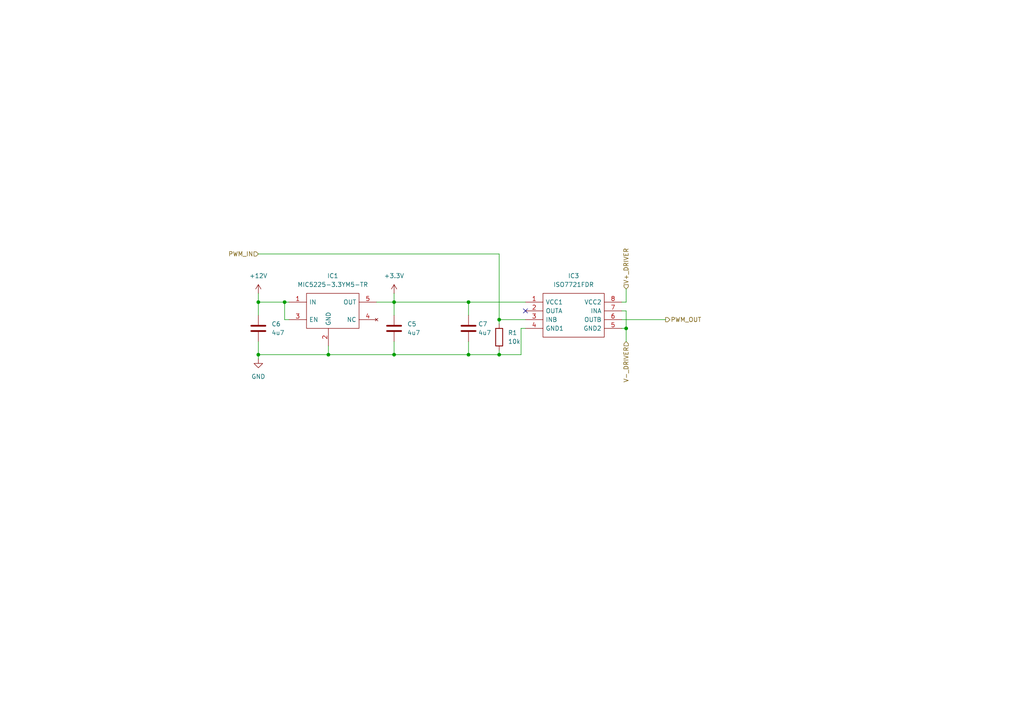
<source format=kicad_sch>
(kicad_sch (version 20250114) (generator "eeschema") (generator_version "9.0")
  (paper "A4")
  (title_block (date "2025-06-04") (rev "1.0") (company "Technische Universität Berlin - Fachgebiet Leistungselektronik") (comment 1 "Betreuer: Dr.-Ing. Benedikt Kohlhepp") (comment 2 "Ersteller: Felix Ettwein"))
  (lib_symbols
    (symbol "Device:C" (pin_numbers (hide yes)) (pin_names (offset 0.254))
      (property "Reference" "C" (at 0.635 2.54 0))
      (property "Value" "C" (at 0.635 -2.54 0))
      (symbol "C_0_1"
        (polyline (pts (xy -2.032 0.762) (xy 2.032 0.762)) (stroke (width 0.508)))
        (polyline (pts (xy -2.032 -0.762) (xy 2.032 -0.762)) (stroke (width 0.508)))
      )
      (symbol "C_1_1"
        (pin passive line (at 0 3.81 270) (length 2.794) (name "~") (number "1"))
        (pin passive line (at 0 -3.81 90) (length 2.794) (name "~") (number "2"))
      )
    )
    (symbol "Device:R" (pin_numbers (hide yes)) (pin_names (offset 0))
      (property "Reference" "R" (at 2.032 0 90))
      (property "Value" "R" (at 0 0 90))
      (symbol "R_0_1"
        (rectangle (start -1.016 -2.54) (end 1.016 2.54) (stroke (width 0.254)))
      )
      (symbol "R_1_1"
        (pin passive line (at 0 3.81 270) (length 1.27) (name "~") (number "1"))
        (pin passive line (at 0 -3.81 90) (length 1.27) (name "~") (number "2"))
      )
    )
    (symbol "SamacSys_Parts:ISO7721FDR" (pin_names (offset 0.762))
      (property "Reference" "IC3" (at 13.97 7.62 0))
      (property "Value" "ISO7721FDR" (at 13.97 5.08 0))
      (symbol "ISO7721FDR_0_0"
        (pin passive line (at 0 0 0) (length 5.08) (name "VCC1") (number "1"))
        (pin passive line (at 0 -2.54 0) (length 5.08) (name "OUTA") (number "2"))
        (pin passive line (at 0 -5.08 0) (length 5.08) (name "INB") (number "3"))
        (pin passive line (at 0 -7.62 0) (length 5.08) (name "GND1") (number "4"))
        (pin passive line (at 27.94 0 180) (length 5.08) (name "VCC2") (number "8"))
        (pin passive line (at 27.94 -2.54 180) (length 5.08) (name "INA") (number "7"))
        (pin passive line (at 27.94 -5.08 180) (length 5.08) (name "OUTB") (number "6"))
        (pin passive line (at 27.94 -7.62 180) (length 5.08) (name "GND2") (number "5"))
      )
      (symbol "ISO7721FDR_0_1"
        (polyline (pts (xy 5.08 2.54) (xy 22.86 2.54) (xy 22.86 -10.16) (xy 5.08 -10.16) (xy 5.08 2.54)) (stroke (width 0.1524)))
      )
    )
    (symbol "SamacSys_Parts:MIC5225-3.3YM5-TR" (pin_names (offset 0.762))
      (property "Reference" "IC1" (at 12.7 7.62 0))
      (property "Value" "MIC5225-3.3YM5-TR" (at 12.7 5.08 0))
      (symbol "MIC5225-3.3YM5-TR_0_0"
        (pin passive line (at 0 0 0) (length 5.08) (name "IN") (number "1"))
        (pin passive line (at 0 -5.08 0) (length 5.08) (name "EN") (number "3"))
        (pin passive line (at 11.43 -12.7 90) (length 5.08) (name "GND") (number "2"))
        (pin passive line (at 25.4 0 180) (length 5.08) (name "OUT") (number "5"))
        (pin no_connect line (at 25.4 -5.08 180) (length 5.08) (name "NC") (number "4"))
      )
      (symbol "MIC5225-3.3YM5-TR_0_1"
        (polyline (pts (xy 5.08 2.54) (xy 20.32 2.54) (xy 20.32 -7.62) (xy 5.08 -7.62) (xy 5.08 2.54)) (stroke (width 0.1524)))
      )
    )
    (symbol "power:+12V" (power) (pin_numbers (hide yes)) (pin_names (offset 0) (hide yes))
      (property "Value" "+12V" (at 0 3.556 0))
      (symbol "+12V_0_1"
        (polyline (pts (xy -0.762 1.27) (xy 0 2.54)))
        (polyline (pts (xy 0 2.54) (xy 0.762 1.27)))
        (polyline (pts (xy 0 0) (xy 0 2.54)))
      )
      (symbol "+12V_1_1"
        (pin power_in line (at 0 0 90) (length 0) (name "~") (number "1"))
      )
    )
    (symbol "power:+3.3V" (power) (pin_numbers (hide yes)) (pin_names (offset 0) (hide yes))
      (property "Value" "+3.3V" (at 0 3.556 0))
      (symbol "+3.3V_0_1"
        (polyline (pts (xy -0.762 1.27) (xy 0 2.54)))
        (polyline (pts (xy 0 2.54) (xy 0.762 1.27)))
        (polyline (pts (xy 0 0) (xy 0 2.54)))
      )
      (symbol "+3.3V_1_1"
        (pin power_in line (at 0 0 90) (length 0) (name "~") (number "1"))
      )
    )
    (symbol "power:GND" (power) (pin_numbers (hide yes)) (pin_names (offset 0) (hide yes))
      (property "Value" "GND" (at 0 -3.81 0))
      (symbol "GND_0_1"
        (polyline (pts (xy 0 0) (xy 0 -1.27) (xy 1.27 -1.27) (xy 0 -2.54) (xy -1.27 -1.27) (xy 0 -1.27)))
      )
      (symbol "GND_1_1"
        (pin power_in line (at 0 0 270) (length 0) (name "~") (number "1"))
      )
    )
  )
  (junction (at 144.78 92.71))
  (junction (at 95.25 102.87))
  (junction (at 135.89 102.87))
  (junction (at 181.61 95.25))
  (junction (at 144.78 102.87))
  (junction (at 82.55 87.63))
  (junction (at 114.3 87.63))
  (junction (at 135.89 87.63))
  (junction (at 74.93 102.87))
  (junction (at 114.3 102.87))
  (junction (at 74.93 87.63))
  (no_connect (at 152.4 90.17))
  (wire (pts (xy 74.93 87.63) (xy 82.55 87.63)))
  (wire (pts (xy 82.55 87.63) (xy 83.82 87.63)))
  (wire (pts (xy 151.13 95.25) (xy 152.4 95.25)))
  (wire (pts (xy 135.89 102.87) (xy 144.78 102.87)))
  (wire (pts (xy 181.61 95.25) (xy 180.34 95.25)))
  (wire (pts (xy 82.55 92.71) (xy 82.55 87.63)))
  (wire (pts (xy 144.78 92.71) (xy 144.78 93.98)))
  (wire (pts (xy 181.61 90.17) (xy 181.61 95.25)))
  (wire (pts (xy 114.3 87.63) (xy 135.89 87.63)))
  (wire (pts (xy 114.3 85.09) (xy 114.3 87.63)))
  (wire (pts (xy 135.89 87.63) (xy 135.89 91.44)))
  (wire (pts (xy 74.93 102.87) (xy 95.25 102.87)))
  (wire (pts (xy 74.93 87.63) (xy 74.93 91.44)))
  (wire (pts (xy 181.61 87.63) (xy 180.34 87.63)))
  (wire (pts (xy 144.78 92.71) (xy 144.78 73.66)))
  (wire (pts (xy 135.89 87.63) (xy 152.4 87.63)))
  (wire (pts (xy 74.93 99.06) (xy 74.93 102.87)))
  (wire (pts (xy 114.3 102.87) (xy 135.89 102.87)))
  (wire (pts (xy 180.34 92.71) (xy 193.04 92.71)))
  (wire (pts (xy 114.3 87.63) (xy 114.3 91.44)))
  (wire (pts (xy 152.4 92.71) (xy 144.78 92.71)))
  (wire (pts (xy 135.89 99.06) (xy 135.89 102.87)))
  (wire (pts (xy 74.93 73.66) (xy 144.78 73.66)))
  (wire (pts (xy 83.82 92.71) (xy 82.55 92.71)))
  (wire (pts (xy 144.78 101.6) (xy 144.78 102.87)))
  (wire (pts (xy 144.78 102.87) (xy 151.13 102.87)))
  (wire (pts (xy 181.61 95.25) (xy 181.61 99.06)))
  (wire (pts (xy 74.93 102.87) (xy 74.93 104.14)))
  (wire (pts (xy 151.13 102.87) (xy 151.13 95.25)))
  (wire (pts (xy 109.22 87.63) (xy 114.3 87.63)))
  (wire (pts (xy 114.3 99.06) (xy 114.3 102.87)))
  (wire (pts (xy 95.25 102.87) (xy 95.25 100.33)))
  (wire (pts (xy 74.93 85.09) (xy 74.93 87.63)))
  (wire (pts (xy 95.25 102.87) (xy 114.3 102.87)))
  (wire (pts (xy 180.34 90.17) (xy 181.61 90.17)))
  (wire (pts (xy 181.61 87.63) (xy 181.61 83.82)))
  (hierarchical_label "PWM_OUT" (shape output) (at 193.04 92.71 0))
  (hierarchical_label "V-_DRIVER" (shape input) (at 181.61 99.06 270))
  (hierarchical_label "V+_DRIVER" (shape input) (at 181.61 83.82 90))
  (hierarchical_label "PWM_IN" (shape input) (at 74.93 73.66 180))
  (symbol (lib_id "power:+12V") (at 74.93 85.09 0) (unit 1)
    (property "Reference" "#PWR08" (effects (hide yes)))
    (property "Value" "+12V" (at 74.93 80.01 0))
    (property "Description" "Power symbol creates a global label with name \"+12V\"" (effects (hide yes)))
  )
  (symbol (lib_id "SamacSys_Parts:MIC5225-3.3YM5-TR") (at 83.82 87.63 0) (unit 1)
    (property "Reference" "IC1" (at 96.52 80.01 0))
    (property "Value" "MIC5225-3.3YM5-TR" (at 96.52 82.55 0))
    (property "Footprint" "SOT95P280X145-5N" (effects (hide yes)))
    (property "Datasheet" "http://www.farnell.com/datasheets/1580469.pdf" (effects (hide yes)))
    (property "Description" "MICROCHIP - MIC5225-3.3YM5-TR - LDO, REG, 16VIN, 0.15A, 3.3V, 2%, 5SOT23" (effects (hide yes)))
    (property "Description_1" "MICROCHIP - MIC5225-3.3YM5-TR - LDO, REG, 16VIN, 0.15A, 3.3V, 2%, 5SOT23" (effects (hide yes)))
    (property "Height" "1.45" (effects (hide yes)))
    (property "Manufacturer_Name" "Microchip" (effects (hide yes)))
    (property "Manufacturer_Part_Number" "MIC5225-3.3YM5-TR" (effects (hide yes)))
    (property "Mouser Part Number" "998-MIC5225-3.3YM5TR" (effects (hide yes)))
    (property "Mouser Price/Stock" "https://www.mouser.co.uk/ProductDetail/Microchip-Technology/MIC5225-3.3YM5-TR?qs=U6T8BxXiZAXmYJ5yRdN5%2Fg%3D%3D" (effects (hide yes)))
    (property "Arrow Part Number" "MIC5225-3.3YM5-TR" (effects (hide yes)))
    (property "Arrow Price/Stock" "https://www.arrow.com/en/products/mic5225-3.3ym5-tr/microchip-technology?utm_currency=USD&region=nac" (effects (hide yes)))
  )
  (symbol (lib_id "Device:C") (at 74.93 95.25 0) (unit 1)
    (property "Reference" "C6" (at 78.74 93.9799 0) (effects (justify left)))
    (property "Value" "4u7" (at 78.74 96.5199 0) (effects (justify left)))
    (property "Footprint" "Capacitor_SMD:C_0805_2012Metric" (effects (hide yes)))
    (property "Description" "Unpolarized capacitor" (effects (hide yes)))
  )
  (symbol (lib_id "SamacSys_Parts:ISO7721FDR") (at 152.4 87.63 0) (unit 1)
    (property "Reference" "IC3" (at 166.37 80.01 0))
    (property "Value" "ISO7721FDR" (at 166.37 82.55 0))
    (property "Footprint" "SamacSys_Parts:SOIC127P600X175-8N" (effects (hide yes)))
    (property "Datasheet" "http://www.ti.com/lit/gpn/iso7721" (effects (hide yes)))
    (property "Description" "High Speed, Robust EMC Reinforced Dual-Channel Digital Isolator" (effects (hide yes)))
    (property "Description_1" "High Speed, Robust EMC Reinforced Dual-Channel Digital Isolator" (effects (hide yes)))
    (property "Height" "1.75" (effects (hide yes)))
    (property "Manufacturer_Name" "Texas Instruments" (effects (hide yes)))
    (property "Manufacturer_Part_Number" "ISO7721FDR" (effects (hide yes)))
    (property "Mouser Part Number" "595-ISO7721FDR" (effects (hide yes)))
    (property "Mouser Price/Stock" "https://www.mouser.co.uk/ProductDetail/Texas-Instruments/ISO7721FDR?qs=0C8XhJW8e4q%2Fbyy%252BjjA6jQ%3D%3D" (effects (hide yes)))
    (property "Arrow Part Number" "ISO7721FDR" (effects (hide yes)))
    (property "Arrow Price/Stock" "https://www.arrow.com/en/products/iso7721fdr/texas-instruments?utm_currency=USD&region=nac" (effects (hide yes)))
  )
  (symbol (lib_id "power:GND") (at 74.93 104.14 0) (unit 1)
    (property "Reference" "#PWR09" (effects (hide yes)))
    (property "Value" "GND" (at 74.93 109.22 0))
    (property "Description" "Power symbol creates a global label with name \"GND\" , ground" (effects (hide yes)))
  )
  (symbol (lib_id "Device:C") (at 135.89 95.25 0) (unit 1)
    (property "Reference" "C7" (at 138.684 93.98 0) (effects (justify left)))
    (property "Value" "4u7" (at 138.684 96.52 0) (effects (justify left)))
    (property "Footprint" "Capacitor_SMD:C_0805_2012Metric" (effects (hide yes)))
    (property "Description" "Unpolarized capacitor" (effects (hide yes)))
  )
  (symbol (lib_id "Device:C") (at 114.3 95.25 0) (unit 1)
    (property "Reference" "C5" (at 118.11 93.9799 0) (effects (justify left)))
    (property "Value" "4u7" (at 118.11 96.5199 0) (effects (justify left)))
    (property "Footprint" "Capacitor_SMD:C_0805_2012Metric" (effects (hide yes)))
    (property "Description" "Unpolarized capacitor" (effects (hide yes)))
  )
  (symbol (lib_id "Device:R") (at 144.78 97.79 0) (unit 1)
    (property "Reference" "R1" (at 147.32 96.5199 0) (effects (justify left)))
    (property "Value" "10k" (at 147.32 99.0599 0) (effects (justify left)))
    (property "Footprint" "Resistor_SMD:R_0603_1608Metric" (effects (hide yes)))
    (property "Description" "Resistor" (effects (hide yes)))
  )
  (symbol (lib_id "power:+3.3V") (at 114.3 85.09 0) (unit 1)
    (property "Reference" "#PWR04" (effects (hide yes)))
    (property "Value" "+3.3V" (at 114.3 80.01 0))
    (property "Description" "Power symbol creates a global label with name \"+3.3V\"" (effects (hide yes)))
  )
)
</source>
